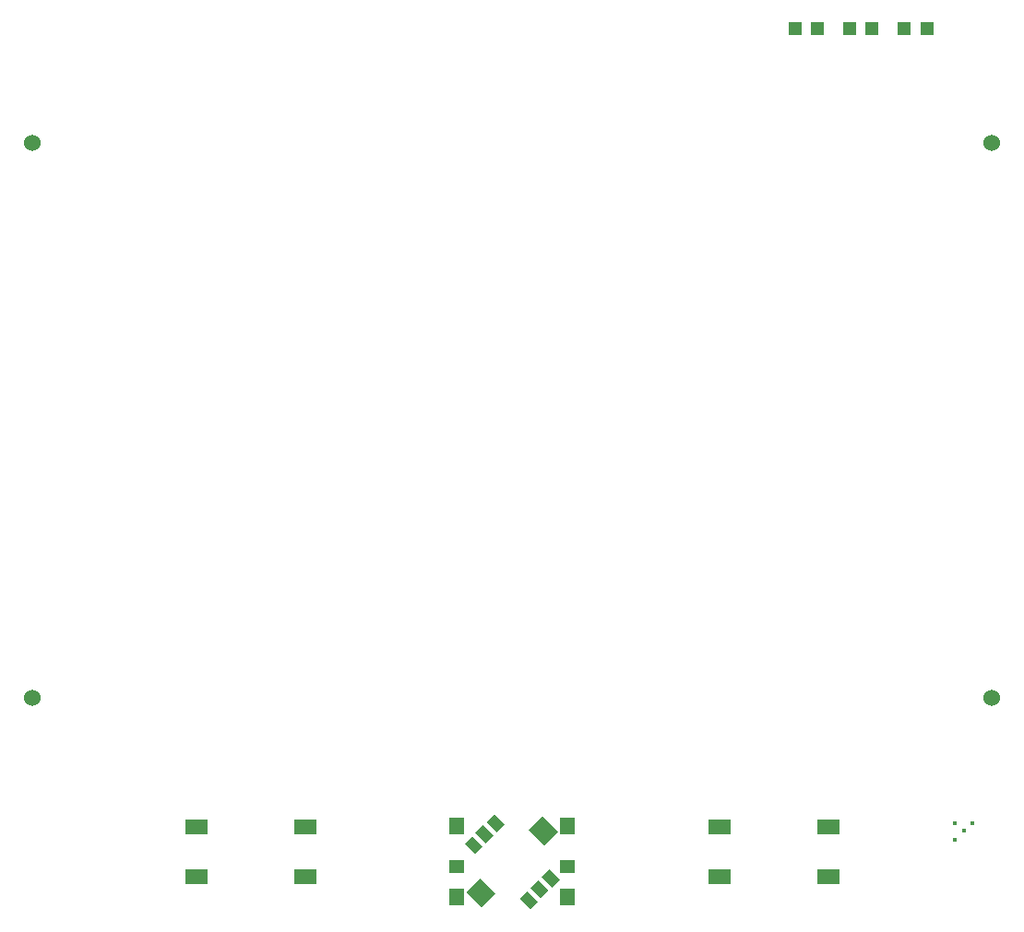
<source format=gbr>
G04 #@! TF.FileFunction,Paste,Top*
%FSLAX46Y46*%
G04 Gerber Fmt 4.6, Leading zero omitted, Abs format (unit mm)*
G04 Created by KiCad (PCBNEW 4.0.7-e2-6376~58~ubuntu16.04.1) date Sat Jul 28 16:41:28 2018*
%MOMM*%
%LPD*%
G01*
G04 APERTURE LIST*
%ADD10C,0.100000*%
%ADD11R,1.198880X1.198880*%
%ADD12R,1.400000X1.500000*%
%ADD13R,1.400000X1.300000*%
%ADD14R,2.100000X1.400000*%
%ADD15C,1.524000*%
%ADD16R,0.300000X0.300000*%
G04 APERTURE END LIST*
D10*
D11*
X128049020Y-60411000D03*
X125950980Y-60411000D03*
D12*
X94900000Y-133675000D03*
X105100000Y-133675000D03*
X94900000Y-140175000D03*
X105100000Y-140175000D03*
D13*
X94900000Y-137375000D03*
X105100000Y-137375000D03*
D14*
X71000000Y-138250000D03*
X71000000Y-133750000D03*
X81000000Y-138250000D03*
X81000000Y-133750000D03*
X119000000Y-138250000D03*
X119000000Y-133750000D03*
X129000000Y-138250000D03*
X129000000Y-133750000D03*
D11*
X133049020Y-60411000D03*
X130950980Y-60411000D03*
X138049020Y-60411000D03*
X135950980Y-60411000D03*
D15*
X144000000Y-70900000D03*
X144000000Y-121900000D03*
X56000000Y-121900000D03*
X56000000Y-70900000D03*
D16*
X140639800Y-134883800D03*
X140639800Y-133359800D03*
X142265400Y-133359800D03*
X141452600Y-134071000D03*
D10*
G36*
X101520079Y-133981307D02*
X102792871Y-132708515D01*
X104207085Y-134122729D01*
X102934293Y-135395521D01*
X101520079Y-133981307D01*
X101520079Y-133981307D01*
G37*
G36*
X95792515Y-139708871D02*
X97065307Y-138436079D01*
X98479521Y-139850293D01*
X97206729Y-141123085D01*
X95792515Y-139708871D01*
X95792515Y-139708871D01*
G37*
G36*
X97648670Y-133256522D02*
X98355776Y-132549416D01*
X99310370Y-133504010D01*
X98603264Y-134211116D01*
X97648670Y-133256522D01*
X97648670Y-133256522D01*
G37*
G36*
X96641043Y-134264149D02*
X97348149Y-133557043D01*
X98302743Y-134511637D01*
X97595637Y-135218743D01*
X96641043Y-134264149D01*
X96641043Y-134264149D01*
G37*
G36*
X95633416Y-135271776D02*
X96340522Y-134564670D01*
X97295116Y-135519264D01*
X96588010Y-136226370D01*
X95633416Y-135271776D01*
X95633416Y-135271776D01*
G37*
G36*
X102704484Y-138312336D02*
X103411590Y-137605230D01*
X104366184Y-138559824D01*
X103659078Y-139266930D01*
X102704484Y-138312336D01*
X102704484Y-138312336D01*
G37*
G36*
X101696857Y-139319963D02*
X102403963Y-138612857D01*
X103358557Y-139567451D01*
X102651451Y-140274557D01*
X101696857Y-139319963D01*
X101696857Y-139319963D01*
G37*
G36*
X100689230Y-140327590D02*
X101396336Y-139620484D01*
X102350930Y-140575078D01*
X101643824Y-141282184D01*
X100689230Y-140327590D01*
X100689230Y-140327590D01*
G37*
M02*

</source>
